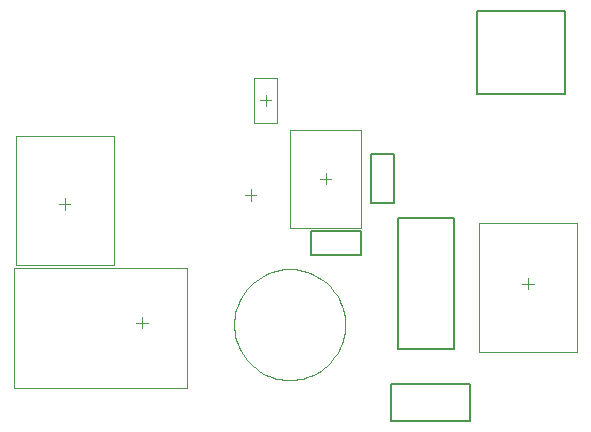
<source format=gbr>
%FSTAX23Y23*%
%MOIN*%
%SFA1B1*%

%IPPOS*%
%ADD11C,0.007874*%
%ADD46C,0.003937*%
%ADD48C,0.001969*%
%LNpcb1_top_courtyard-1*%
%LPD*%
G54D11*
X03157Y0389D02*
Y03969D01*
Y0389D02*
X03322D01*
Y03969*
X03157D02*
X03322D01*
X03708Y04426D02*
X04001D01*
Y04703*
X03708D02*
X04001D01*
X03708Y04426D02*
Y04703D01*
X03687Y03338D02*
Y03461D01*
X03423D02*
X03687D01*
X03423Y03338D02*
Y03461D01*
Y03338D02*
X03687D01*
X03355Y04227D02*
X03434D01*
X03355Y04062D02*
Y04227D01*
Y04062D02*
X03434D01*
Y04227*
X03446Y03576D02*
Y04013D01*
Y03576D02*
X03633D01*
Y04013*
X03446D02*
X03633D01*
G54D46*
X03185Y04144D02*
X03224D01*
X03205Y04125D02*
Y04164D01*
X03879Y03775D02*
Y03814D01*
X0386Y03794D02*
X03899D01*
X02955Y0407D02*
Y04109D01*
X02935Y0409D02*
X02974D01*
X02592Y03645D02*
Y03684D01*
X02573Y03664D02*
X02612D01*
X02335Y0404D02*
Y04079D01*
X02315Y04059D02*
X02354D01*
X03005Y04385D02*
Y04424D01*
X02985Y04405D02*
X03024D01*
G54D48*
X0327Y03658D02*
D01*
X03269Y03671*
X03268Y03684*
X03266Y03696*
X03262Y03709*
X03258Y03721*
X03254Y03733*
X03248Y03745*
X03241Y03756*
X03234Y03767*
X03226Y03777*
X03218Y03786*
X03208Y03795*
X03198Y03804*
X03188Y03811*
X03177Y03818*
X03166Y03824*
X03154Y03829*
X03142Y03834*
X03129Y03837*
X03117Y0384*
X03104Y03842*
X03091Y03843*
X03078*
X03065Y03842*
X03052Y0384*
X0304Y03837*
X03027Y03834*
X03015Y03829*
X03003Y03824*
X02992Y03818*
X02981Y03811*
X02971Y03804*
X02961Y03795*
X02951Y03786*
X02943Y03777*
X02935Y03767*
X02928Y03756*
X02921Y03745*
X02915Y03733*
X02911Y03721*
X02907Y03709*
X02904Y03696*
X02901Y03684*
X029Y03671*
X029Y03658*
X029Y03645*
X02901Y03632*
X02904Y03619*
X02907Y03607*
X02911Y03594*
X02915Y03583*
X02921Y03571*
X02928Y0356*
X02935Y03549*
X02943Y03539*
X02951Y03529*
X02961Y0352*
X02971Y03512*
X02981Y03504*
X02992Y03498*
X03003Y03491*
X03015Y03486*
X03027Y03482*
X0304Y03478*
X03052Y03476*
X03065Y03474*
X03078Y03473*
X03091*
X03104Y03474*
X03117Y03476*
X03129Y03478*
X03142Y03482*
X03154Y03486*
X03166Y03491*
X03177Y03498*
X03188Y03504*
X03198Y03512*
X03208Y0352*
X03218Y03529*
X03226Y03539*
X03234Y03549*
X03241Y0356*
X03248Y03571*
X03254Y03583*
X03258Y03594*
X03262Y03607*
X03266Y03619*
X03268Y03632*
X03269Y03645*
X0327Y03658*
X03323Y03981D02*
Y04308D01*
X03087Y03981D02*
Y04308D01*
X03323*
X03087Y03981D02*
X03323D01*
X03716Y03998D02*
X04043D01*
X03716Y03568D02*
Y03998D01*
X04043Y03568D02*
Y03998D01*
X03716Y03568D02*
X04043D01*
X02167Y03446D02*
Y03846D01*
X02744*
X02167Y03446D02*
X02744D01*
Y03846*
X02171Y03855D02*
X02498D01*
Y04286D01*
X02171Y03855D02*
Y04286D01*
X02498*
X02965Y0433D02*
X03044D01*
X02965Y04479D02*
X03044D01*
X02965Y0433D02*
Y04479D01*
X03044Y0433D02*
Y04479D01*
M02*
</source>
